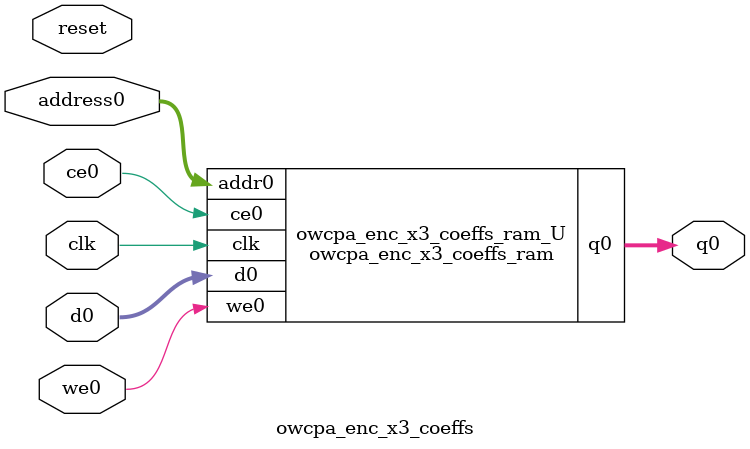
<source format=v>
`timescale 1 ns / 1 ps
module owcpa_enc_x3_coeffs_ram (addr0, ce0, d0, we0, q0,  clk);

parameter DWIDTH = 16;
parameter AWIDTH = 9;
parameter MEM_SIZE = 509;

input[AWIDTH-1:0] addr0;
input ce0;
input[DWIDTH-1:0] d0;
input we0;
output reg[DWIDTH-1:0] q0;
input clk;

(* ram_style = "block" *)reg [DWIDTH-1:0] ram[0:MEM_SIZE-1];




always @(posedge clk)  
begin 
    if (ce0) 
    begin
        if (we0) 
        begin 
            ram[addr0] <= d0; 
        end 
        q0 <= ram[addr0];
    end
end


endmodule

`timescale 1 ns / 1 ps
module owcpa_enc_x3_coeffs(
    reset,
    clk,
    address0,
    ce0,
    we0,
    d0,
    q0);

parameter DataWidth = 32'd16;
parameter AddressRange = 32'd509;
parameter AddressWidth = 32'd9;
input reset;
input clk;
input[AddressWidth - 1:0] address0;
input ce0;
input we0;
input[DataWidth - 1:0] d0;
output[DataWidth - 1:0] q0;



owcpa_enc_x3_coeffs_ram owcpa_enc_x3_coeffs_ram_U(
    .clk( clk ),
    .addr0( address0 ),
    .ce0( ce0 ),
    .we0( we0 ),
    .d0( d0 ),
    .q0( q0 ));

endmodule


</source>
